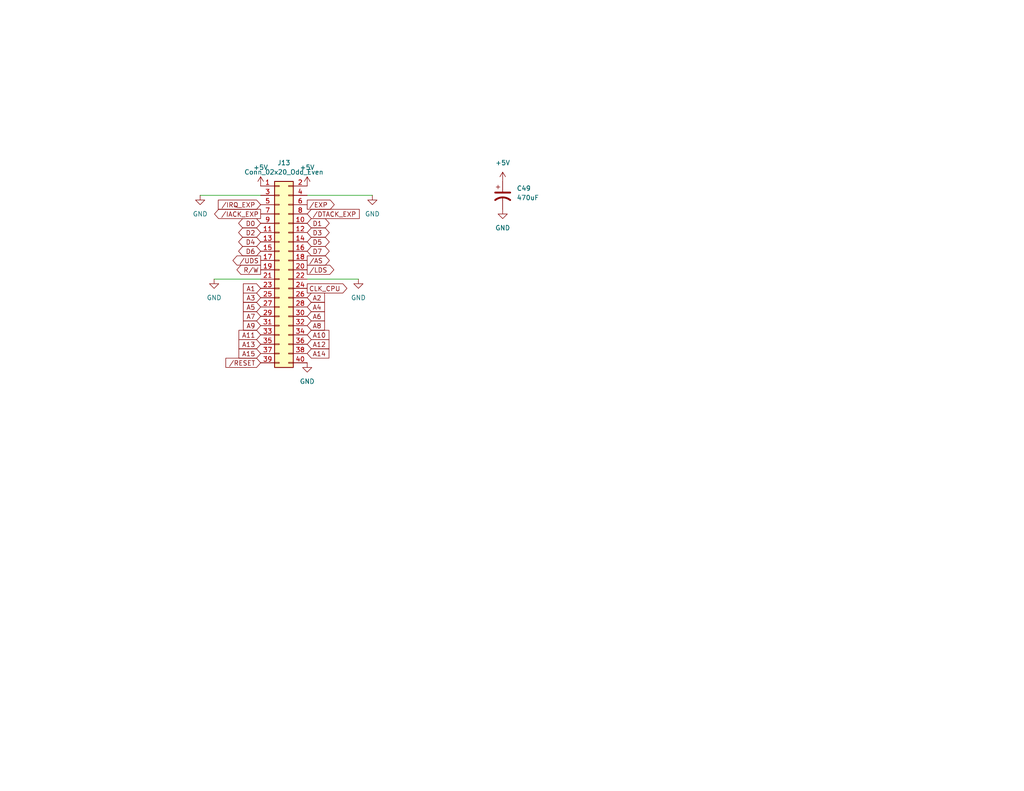
<source format=kicad_sch>
(kicad_sch (version 20231120) (generator "eeschema") (generator_version "8.0")
  (paper "A")
  (title_block (title "Mackerel-10 SBC v1") (date "2024-09-23") (rev "1.0a") (company "Colin Maykish"))
  (lib_symbols
    (symbol "Connector_Generic:Conn_02x20_Odd_Even" (pin_names (offset 1.016) hide)
      (property "Reference" "J" (at 1.27 25.4 0))
      (property "Value" "Conn_02x20_Odd_Even" (at 1.27 -27.94 0))
      (symbol "Conn_02x20_Odd_Even_1_1"
        (rectangle (start -1.27 -25.273) (end 0 -25.527) (stroke (width 0.1524)))
        (rectangle (start -1.27 -22.733) (end 0 -22.987) (stroke (width 0.1524)))
        (rectangle (start -1.27 -20.193) (end 0 -20.447) (stroke (width 0.1524)))
        (rectangle (start -1.27 -17.653) (end 0 -17.907) (stroke (width 0.1524)))
        (rectangle (start -1.27 -15.113) (end 0 -15.367) (stroke (width 0.1524)))
        (rectangle (start -1.27 -12.573) (end 0 -12.827) (stroke (width 0.1524)))
        (rectangle (start -1.27 -10.033) (end 0 -10.287) (stroke (width 0.1524)))
        (rectangle (start -1.27 -7.493) (end 0 -7.747) (stroke (width 0.1524)))
        (rectangle (start -1.27 -4.953) (end 0 -5.207) (stroke (width 0.1524)))
        (rectangle (start -1.27 -2.413) (end 0 -2.667) (stroke (width 0.1524)))
        (rectangle (start -1.27 0.127) (end 0 -0.127) (stroke (width 0.1524)))
        (rectangle (start -1.27 2.667) (end 0 2.413) (stroke (width 0.1524)))
        (rectangle (start -1.27 5.207) (end 0 4.953) (stroke (width 0.1524)))
        (rectangle (start -1.27 7.747) (end 0 7.493) (stroke (width 0.1524)))
        (rectangle (start -1.27 10.287) (end 0 10.033) (stroke (width 0.1524)))
        (rectangle (start -1.27 12.827) (end 0 12.573) (stroke (width 0.1524)))
        (rectangle (start -1.27 15.367) (end 0 15.113) (stroke (width 0.1524)))
        (rectangle (start -1.27 17.907) (end 0 17.653) (stroke (width 0.1524)))
        (rectangle (start -1.27 20.447) (end 0 20.193) (stroke (width 0.1524)))
        (rectangle (start -1.27 22.987) (end 0 22.733) (stroke (width 0.1524)))
        (rectangle (start -1.27 24.13) (end 3.81 -26.67) (stroke (width 0.254)) (fill (type background)))
        (rectangle (start 3.81 -25.273) (end 2.54 -25.527) (stroke (width 0.1524)))
        (rectangle (start 3.81 -22.733) (end 2.54 -22.987) (stroke (width 0.1524)))
        (rectangle (start 3.81 -20.193) (end 2.54 -20.447) (stroke (width 0.1524)))
        (rectangle (start 3.81 -17.653) (end 2.54 -17.907) (stroke (width 0.1524)))
        (rectangle (start 3.81 -15.113) (end 2.54 -15.367) (stroke (width 0.1524)))
        (rectangle (start 3.81 -12.573) (end 2.54 -12.827) (stroke (width 0.1524)))
        (rectangle (start 3.81 -10.033) (end 2.54 -10.287) (stroke (width 0.1524)))
        (rectangle (start 3.81 -7.493) (end 2.54 -7.747) (stroke (width 0.1524)))
        (rectangle (start 3.81 -4.953) (end 2.54 -5.207) (stroke (width 0.1524)))
        (rectangle (start 3.81 -2.413) (end 2.54 -2.667) (stroke (width 0.1524)))
        (rectangle (start 3.81 0.127) (end 2.54 -0.127) (stroke (width 0.1524)))
        (rectangle (start 3.81 2.667) (end 2.54 2.413) (stroke (width 0.1524)))
        (rectangle (start 3.81 5.207) (end 2.54 4.953) (stroke (width 0.1524)))
        (rectangle (start 3.81 7.747) (end 2.54 7.493) (stroke (width 0.1524)))
        (rectangle (start 3.81 10.287) (end 2.54 10.033) (stroke (width 0.1524)))
        (rectangle (start 3.81 12.827) (end 2.54 12.573) (stroke (width 0.1524)))
        (rectangle (start 3.81 15.367) (end 2.54 15.113) (stroke (width 0.1524)))
        (rectangle (start 3.81 17.907) (end 2.54 17.653) (stroke (width 0.1524)))
        (rectangle (start 3.81 20.447) (end 2.54 20.193) (stroke (width 0.1524)))
        (rectangle (start 3.81 22.987) (end 2.54 22.733) (stroke (width 0.1524)))
        (pin passive line (at -5.08 22.86 0) (length 3.81) (name "Pin_1") (number "1"))
        (pin passive line (at 7.62 12.7 180) (length 3.81) (name "Pin_10") (number "10"))
        (pin passive line (at -5.08 10.16 0) (length 3.81) (name "Pin_11") (number "11"))
        (pin passive line (at 7.62 10.16 180) (length 3.81) (name "Pin_12") (number "12"))
        (pin passive line (at -5.08 7.62 0) (length 3.81) (name "Pin_13") (number "13"))
        (pin passive line (at 7.62 7.62 180) (length 3.81) (name "Pin_14") (number "14"))
        (pin passive line (at -5.08 5.08 0) (length 3.81) (name "Pin_15") (number "15"))
        (pin passive line (at 7.62 5.08 180) (length 3.81) (name "Pin_16") (number "16"))
        (pin passive line (at -5.08 2.54 0) (length 3.81) (name "Pin_17") (number "17"))
        (pin passive line (at 7.62 2.54 180) (length 3.81) (name "Pin_18") (number "18"))
        (pin passive line (at -5.08 0 0) (length 3.81) (name "Pin_19") (number "19"))
        (pin passive line (at 7.62 22.86 180) (length 3.81) (name "Pin_2") (number "2"))
        (pin passive line (at 7.62 0 180) (length 3.81) (name "Pin_20") (number "20"))
        (pin passive line (at -5.08 -2.54 0) (length 3.81) (name "Pin_21") (number "21"))
        (pin passive line (at 7.62 -2.54 180) (length 3.81) (name "Pin_22") (number "22"))
        (pin passive line (at -5.08 -5.08 0) (length 3.81) (name "Pin_23") (number "23"))
        (pin passive line (at 7.62 -5.08 180) (length 3.81) (name "Pin_24") (number "24"))
        (pin passive line (at -5.08 -7.62 0) (length 3.81) (name "Pin_25") (number "25"))
        (pin passive line (at 7.62 -7.62 180) (length 3.81) (name "Pin_26") (number "26"))
        (pin passive line (at -5.08 -10.16 0) (length 3.81) (name "Pin_27") (number "27"))
        (pin passive line (at 7.62 -10.16 180) (length 3.81) (name "Pin_28") (number "28"))
        (pin passive line (at -5.08 -12.7 0) (length 3.81) (name "Pin_29") (number "29"))
        (pin passive line (at -5.08 20.32 0) (length 3.81) (name "Pin_3") (number "3"))
        (pin passive line (at 7.62 -12.7 180) (length 3.81) (name "Pin_30") (number "30"))
        (pin passive line (at -5.08 -15.24 0) (length 3.81) (name "Pin_31") (number "31"))
        (pin passive line (at 7.62 -15.24 180) (length 3.81) (name "Pin_32") (number "32"))
        (pin passive line (at -5.08 -17.78 0) (length 3.81) (name "Pin_33") (number "33"))
        (pin passive line (at 7.62 -17.78 180) (length 3.81) (name "Pin_34") (number "34"))
        (pin passive line (at -5.08 -20.32 0) (length 3.81) (name "Pin_35") (number "35"))
        (pin passive line (at 7.62 -20.32 180) (length 3.81) (name "Pin_36") (number "36"))
        (pin passive line (at -5.08 -22.86 0) (length 3.81) (name "Pin_37") (number "37"))
        (pin passive line (at 7.62 -22.86 180) (length 3.81) (name "Pin_38") (number "38"))
        (pin passive line (at -5.08 -25.4 0) (length 3.81) (name "Pin_39") (number "39"))
        (pin passive line (at 7.62 20.32 180) (length 3.81) (name "Pin_4") (number "4"))
        (pin passive line (at 7.62 -25.4 180) (length 3.81) (name "Pin_40") (number "40"))
        (pin passive line (at -5.08 17.78 0) (length 3.81) (name "Pin_5") (number "5"))
        (pin passive line (at 7.62 17.78 180) (length 3.81) (name "Pin_6") (number "6"))
        (pin passive line (at -5.08 15.24 0) (length 3.81) (name "Pin_7") (number "7"))
        (pin passive line (at 7.62 15.24 180) (length 3.81) (name "Pin_8") (number "8"))
        (pin passive line (at -5.08 12.7 0) (length 3.81) (name "Pin_9") (number "9"))
      )
    )
    (symbol "Device:C_Polarized_US" (pin_numbers hide) (pin_names (offset 0.254) hide)
      (property "Reference" "C" (at 0.635 2.54 0))
      (property "Value" "C_Polarized_US" (at 0.635 -2.54 0))
      (symbol "C_Polarized_US_0_1"
        (polyline (pts (xy -2.032 0.762) (xy 2.032 0.762)) (stroke (width 0.508)))
        (polyline (pts (xy -1.778 2.286) (xy -0.762 2.286)))
        (polyline (pts (xy -1.27 1.778) (xy -1.27 2.794)))
        (arc (start 2.032 -1.27) (mid 0 -0.5572) (end -2.032 -1.27) (stroke (width 0.508)))
      )
      (symbol "C_Polarized_US_1_1"
        (pin passive line (at 0 3.81 270) (length 2.794) (name "~") (number "1"))
        (pin passive line (at 0 -3.81 90) (length 3.302) (name "~") (number "2"))
      )
    )
    (symbol "power:+5V" (power) (pin_numbers hide) (pin_names (offset 0) hide)
      (property "Value" "+5V" (at 0 3.556 0))
      (symbol "+5V_0_1"
        (polyline (pts (xy -0.762 1.27) (xy 0 2.54)))
        (polyline (pts (xy 0 0) (xy 0 2.54)))
        (polyline (pts (xy 0 2.54) (xy 0.762 1.27)))
      )
      (symbol "+5V_1_1"
        (pin power_in line (at 0 0 90) (length 0) (name "~") (number "1"))
      )
    )
    (symbol "power:GND" (power) (pin_numbers hide) (pin_names (offset 0) hide)
      (property "Value" "GND" (at 0 -3.81 0))
      (symbol "GND_0_1"
        (polyline (pts (xy 0 0) (xy 0 -1.27) (xy 1.27 -1.27) (xy 0 -2.54) (xy -1.27 -1.27) (xy 0 -1.27)))
      )
      (symbol "GND_1_1"
        (pin power_in line (at 0 0 270) (length 0) (name "~") (number "1"))
      )
    )
  )
  (wire (pts (xy 83.82 76.2) (xy 97.79 76.2)))
  (wire (pts (xy 54.61 53.34) (xy 71.12 53.34)))
  (wire (pts (xy 83.82 53.34) (xy 101.6 53.34)))
  (wire (pts (xy 58.42 76.2) (xy 71.12 76.2)))
  (global_label "CLK_CPU" (shape output) (at 83.82 78.74 0) (property "Intersheetrefs" "${INTERSHEET_REFS}" (effects (hide yes))))
  (global_label "A5" (shape input) (at 71.12 83.82 180) (property "Intersheetrefs" "${INTERSHEET_REFS}" (effects (hide yes))))
  (global_label "{slash}LDS" (shape output) (at 83.82 73.66 0) (property "Intersheetrefs" "${INTERSHEET_REFS}" (effects (hide yes))))
  (global_label "{slash}IRQ_EXP" (shape input) (at 71.12 55.88 180) (property "Intersheetrefs" "${INTERSHEET_REFS}" (effects (hide yes))))
  (global_label "A9" (shape input) (at 71.12 88.9 180) (property "Intersheetrefs" "${INTERSHEET_REFS}" (effects (hide yes))))
  (global_label "{slash}EXP" (shape output) (at 83.82 55.88 0) (property "Intersheetrefs" "${INTERSHEET_REFS}" (effects (hide yes))))
  (global_label "A10" (shape input) (at 83.82 91.44 0) (property "Intersheetrefs" "${INTERSHEET_REFS}" (effects (hide yes))))
  (global_label "D2" (shape bidirectional) (at 71.12 63.5 180) (property "Intersheetrefs" "${INTERSHEET_REFS}" (effects (hide yes))))
  (global_label "A2" (shape input) (at 83.82 81.28 0) (property "Intersheetrefs" "${INTERSHEET_REFS}" (effects (hide yes))))
  (global_label "A14" (shape input) (at 83.82 96.52 0) (property "Intersheetrefs" "${INTERSHEET_REFS}" (effects (hide yes))))
  (global_label "A7" (shape input) (at 71.12 86.36 180) (property "Intersheetrefs" "${INTERSHEET_REFS}" (effects (hide yes))))
  (global_label "A15" (shape input) (at 71.12 96.52 180) (property "Intersheetrefs" "${INTERSHEET_REFS}" (effects (hide yes))))
  (global_label "A8" (shape input) (at 83.82 88.9 0) (property "Intersheetrefs" "${INTERSHEET_REFS}" (effects (hide yes))))
  (global_label "{slash}UDS" (shape output) (at 71.12 71.12 180) (property "Intersheetrefs" "${INTERSHEET_REFS}" (effects (hide yes))))
  (global_label "R{slash}W" (shape output) (at 71.12 73.66 180) (property "Intersheetrefs" "${INTERSHEET_REFS}" (effects (hide yes))))
  (global_label "D1" (shape bidirectional) (at 83.82 60.96 0) (property "Intersheetrefs" "${INTERSHEET_REFS}" (effects (hide yes))))
  (global_label "{slash}AS" (shape output) (at 83.82 71.12 0) (property "Intersheetrefs" "${INTERSHEET_REFS}" (effects (hide yes))))
  (global_label "D5" (shape bidirectional) (at 83.82 66.04 0) (property "Intersheetrefs" "${INTERSHEET_REFS}" (effects (hide yes))))
  (global_label "D3" (shape bidirectional) (at 83.82 63.5 0) (property "Intersheetrefs" "${INTERSHEET_REFS}" (effects (hide yes))))
  (global_label "D7" (shape bidirectional) (at 83.82 68.58 0) (property "Intersheetrefs" "${INTERSHEET_REFS}" (effects (hide yes))))
  (global_label "A11" (shape input) (at 71.12 91.44 180) (property "Intersheetrefs" "${INTERSHEET_REFS}" (effects (hide yes))))
  (global_label "D0" (shape bidirectional) (at 71.12 60.96 180) (property "Intersheetrefs" "${INTERSHEET_REFS}" (effects (hide yes))))
  (global_label "D4" (shape bidirectional) (at 71.12 66.04 180) (property "Intersheetrefs" "${INTERSHEET_REFS}" (effects (hide yes))))
  (global_label "{slash}DTACK_EXP" (shape input) (at 83.82 58.42 0) (property "Intersheetrefs" "${INTERSHEET_REFS}" (effects (hide yes))))
  (global_label "A6" (shape input) (at 83.82 86.36 0) (property "Intersheetrefs" "${INTERSHEET_REFS}" (effects (hide yes))))
  (global_label "A12" (shape input) (at 83.82 93.98 0) (property "Intersheetrefs" "${INTERSHEET_REFS}" (effects (hide yes))))
  (global_label "D6" (shape bidirectional) (at 71.12 68.58 180) (property "Intersheetrefs" "${INTERSHEET_REFS}" (effects (hide yes))))
  (global_label "A13" (shape input) (at 71.12 93.98 180) (property "Intersheetrefs" "${INTERSHEET_REFS}" (effects (hide yes))))
  (global_label "{slash}IACK_EXP" (shape output) (at 71.12 58.42 180) (property "Intersheetrefs" "${INTERSHEET_REFS}" (effects (hide yes))))
  (global_label "A4" (shape input) (at 83.82 83.82 0) (property "Intersheetrefs" "${INTERSHEET_REFS}" (effects (hide yes))))
  (global_label "{slash}RESET" (shape input) (at 71.12 99.06 180) (property "Intersheetrefs" "${INTERSHEET_REFS}" (effects (hide yes))))
  (global_label "A1" (shape input) (at 71.12 78.74 180) (property "Intersheetrefs" "${INTERSHEET_REFS}" (effects (hide yes))))
  (global_label "A3" (shape input) (at 71.12 81.28 180) (property "Intersheetrefs" "${INTERSHEET_REFS}" (effects (hide yes))))
  (symbol (lib_id "power:+5V") (at 137.16 49.53 0) (unit 1)
    (property "Reference" "#PWR0114" (effects (hide yes)))
    (property "Value" "+5V" (at 137.16 44.45 0))
    (property "Description" "Power symbol creates a global label with name \"+5V\"" (effects (hide yes)))
  )
  (symbol (lib_id "power:GND") (at 97.79 76.2 0) (unit 1)
    (property "Reference" "#PWR0112" (effects (hide yes)))
    (property "Value" "GND" (at 97.79 81.28 0))
    (property "Description" "Power symbol creates a global label with name \"GND\" , ground" (effects (hide yes)))
  )
  (symbol (lib_id "power:GND") (at 101.6 53.34 0) (unit 1)
    (property "Reference" "#PWR0113" (effects (hide yes)))
    (property "Value" "GND" (at 101.6 58.42 0))
    (property "Description" "Power symbol creates a global label with name \"GND\" , ground" (effects (hide yes)))
  )
  (symbol (lib_id "power:GND") (at 83.82 99.06 0) (unit 1)
    (property "Reference" "#PWR0111" (effects (hide yes)))
    (property "Value" "GND" (at 83.82 104.14 0))
    (property "Description" "Power symbol creates a global label with name \"GND\" , ground" (effects (hide yes)))
  )
  (symbol (lib_id "Connector_Generic:Conn_02x20_Odd_Even") (at 76.2 73.66 0) (unit 1)
    (property "Reference" "J13" (at 77.47 44.45 0))
    (property "Value" "Conn_02x20_Odd_Even" (at 77.47 46.99 0))
    (property "Footprint" "Connector_PinHeader_2.54mm:PinHeader_2x20_P2.54mm_Vertical" (effects (hide yes)))
    (property "Description" "Generic connector, double row, 02x20, odd/even pin numbering scheme (row 1 odd numbers, row 2 even numbers), script generated (kicad-library-utils/schlib/autogen/connector/)" (effects (hide yes)))
  )
  (symbol (lib_id "power:GND") (at 137.16 57.15 0) (unit 1)
    (property "Reference" "#PWR0115" (effects (hide yes)))
    (property "Value" "GND" (at 137.16 62.23 0))
    (property "Description" "Power symbol creates a global label with name \"GND\" , ground" (effects (hide yes)))
  )
  (symbol (lib_id "power:GND") (at 54.61 53.34 0) (unit 1)
    (property "Reference" "#PWR0107" (effects (hide yes)))
    (property "Value" "GND" (at 54.61 58.42 0))
    (property "Description" "Power symbol creates a global label with name \"GND\" , ground" (effects (hide yes)))
  )
  (symbol (lib_id "power:+5V") (at 71.12 50.8 0) (unit 1)
    (property "Reference" "#PWR0109" (effects (hide yes)))
    (property "Value" "+5V" (at 71.12 45.72 0))
    (property "Description" "Power symbol creates a global label with name \"+5V\"" (effects (hide yes)))
  )
  (symbol (lib_id "power:+5V") (at 83.82 50.8 0) (unit 1)
    (property "Reference" "#PWR0110" (effects (hide yes)))
    (property "Value" "+5V" (at 83.82 45.72 0))
    (property "Description" "Power symbol creates a global label with name \"+5V\"" (effects (hide yes)))
  )
  (symbol (lib_id "power:GND") (at 58.42 76.2 0) (unit 1)
    (property "Reference" "#PWR0108" (effects (hide yes)))
    (property "Value" "GND" (at 58.42 81.28 0))
    (property "Description" "Power symbol creates a global label with name \"GND\" , ground" (effects (hide yes)))
  )
  (symbol (lib_id "Device:C_Polarized_US") (at 137.16 53.34 0) (unit 1)
    (property "Reference" "C49" (at 140.97 51.4349 0) (effects (justify left)))
    (property "Value" "470uF" (at 140.97 53.9749 0) (effects (justify left)))
    (property "Footprint" "Capacitor_THT:CP_Radial_D8.0mm_P3.50mm" (effects (hide yes)))
    (property "Description" "Polarized capacitor, US symbol" (effects (hide yes)))
  )
)
</source>
